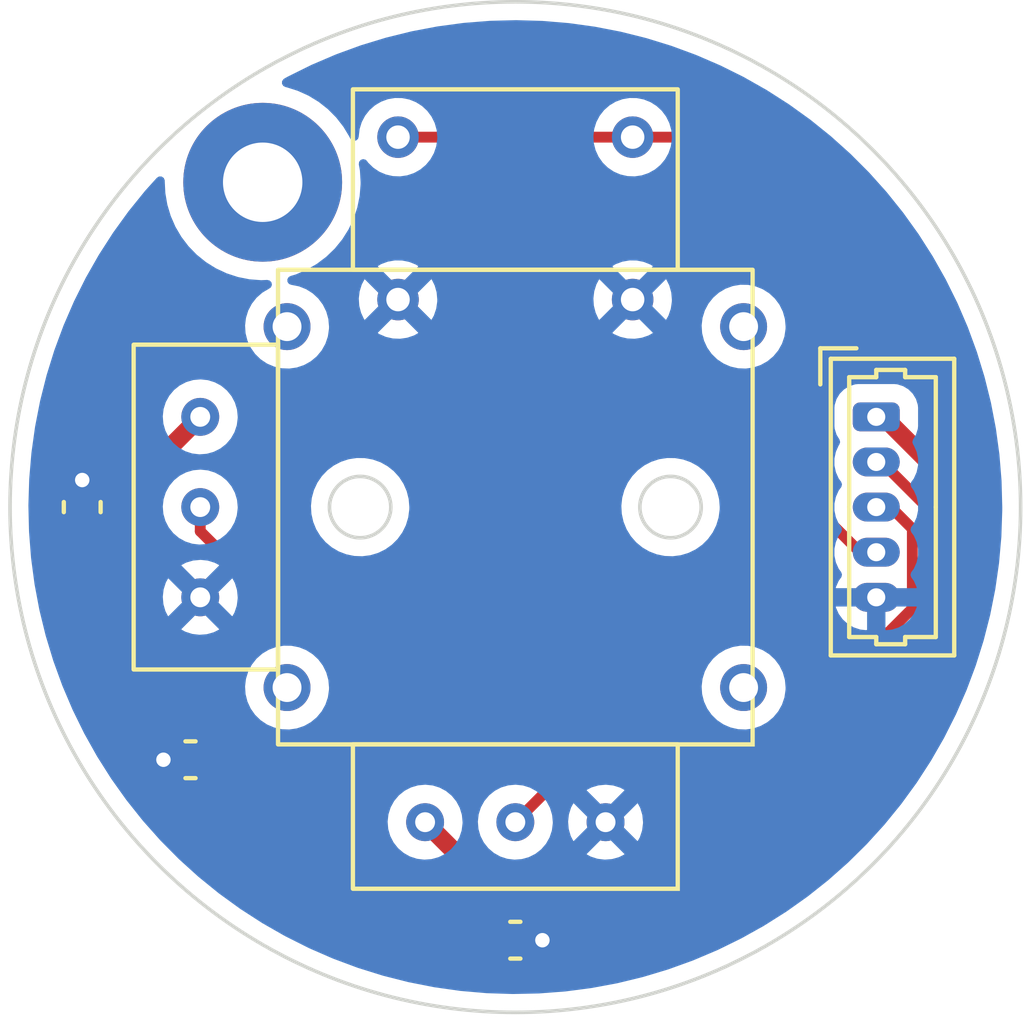
<source format=kicad_pcb>
(kicad_pcb (version 20211014) (generator pcbnew)
  (title_block (title "Keeb Stick") (date "2022-11-14") (rev "1") (company "Diego Covarrubias"))
  (layers (0 "F.Cu" signal) (31 "B.Cu" signal) (34 "B.Paste" user) (35 "F.Paste" user) (36 "B.SilkS" user "B.Silkscreen") (37 "F.SilkS" user "F.Silkscreen") (38 "B.Mask" user) (39 "F.Mask" user) (44 "Edge.Cuts" user))
  (net 0 "")
  (net 1 "VCC")
  (net 2 "GND")
  (net 3 "X_OUT")
  (net 4 "Y_OUT")
  (net 5 "P_OUT")
  (footprint "rkjxv1220001:RKJXV122400R" (layer "F.Cu") (at 100 65 180)
    (fp_text reference "POT1")
    (fp_text value "RKJXV122400R")
    (fp_rect (start -4.5 -10.575) (end 4.5 -6.575) (layer "F.SilkS") (width 0.12) (fill none))
    (fp_rect (start 6.575 4.5) (end 10.575 -4.5) (layer "F.SilkS") (width 0.12) (fill none))
    (fp_rect (start -6.575 -6.575) (end 6.575 6.575) (layer "F.SilkS") (width 0.12) (fill none))
    (fp_rect (start -4.5 6.575) (end 4.5 11.575) (layer "F.SilkS") (width 0.12) (fill none))
    (fp_circle (center 4.3 0) (end 5.15 0) (layer "Edge.Cuts") (width 0.1) (fill none))
    (fp_circle (center -4.3 0) (end -3.45 0) (layer "Edge.Cuts") (width 0.1) (fill none))
    (pad "1" thru_hole circle (at 2.5 -8.73 180) (size 1.05 1.05) (drill 0.55) (layers *.Cu *.Mask) (net 1 "VCC"))
    (pad "2" thru_hole circle (at 0 -8.73 180) (size 1.05 1.05) (drill 0.55) (layers *.Cu *.Mask) (net 3 "X_OUT"))
    (pad "3" thru_hole circle (at -2.5 -8.73 180) (size 1.05 1.05) (drill 0.55) (layers *.Cu *.Mask) (net 2 "GND"))
    (pad "4" thru_hole circle (at 8.73 2.5 180) (size 1.05 1.05) (drill 0.55) (layers *.Cu *.Mask) (net 1 "VCC"))
    (pad "5" thru_hole circle (at 8.73 0 180) (size 1.05 1.05) (drill 0.55) (layers *.Cu *.Mask) (net 4 "Y_OUT"))
    (pad "6" thru_hole circle (at 8.73 -2.5 180) (size 1.05 1.05) (drill 0.55) (layers *.Cu *.Mask) (net 2 "GND"))
    (pad "7" thru_hole circle (at 3.25 5.75 180) (size 1.15 1.15) (drill 0.65) (layers *.Cu *.Mask) (net 2 "GND"))
    (pad "7" thru_hole circle (at -3.25 5.75 180) (size 1.15 1.15) (drill 0.65) (layers *.Cu *.Mask) (net 2 "GND"))
    (pad "8" thru_hole circle (at -3.25 10.25 180) (size 1.15 1.15) (drill 0.65) (layers *.Cu *.Mask) (net 5 "P_OUT"))
    (pad "8" thru_hole circle (at 3.25 10.25 180) (size 1.15 1.15) (drill 0.65) (layers *.Cu *.Mask) (net 5 "P_OUT"))
    (pad "9" thru_hole circle (at -6.325 5 180) (size 1.3 1.3) (drill 0.8) (layers *.Cu *.Mask))
    (pad "9" thru_hole circle (at 6.325 -5 180) (size 1.3 1.3) (drill 0.8) (layers *.Cu *.Mask))
    (pad "9" thru_hole circle (at -6.325 -5 180) (size 1.3 1.3) (drill 0.8) (layers *.Cu *.Mask))
    (pad "9" thru_hole circle (at 6.325 5 180) (size 1.3 1.3) (drill 0.8) (layers *.Cu *.Mask))
  )
  (footprint "Capacitor_SMD:C_0603_1608Metric" (layer "F.Cu") (at 88 65 90)
    (fp_text reference "C2")
    (fp_text value "100nF")
    (fp_line (start -0.14058 0.51) (end 0.14058 0.51) (layer "F.SilkS") (width 0.12))
    (fp_line (start -0.14058 -0.51) (end 0.14058 -0.51) (layer "F.SilkS") (width 0.12))
    (pad "1" smd roundrect (at -0.775 0 90) (size 0.9 0.95) (layers "F.Cu" "F.Paste" "F.Mask") (net 1 "VCC"))
    (pad "2" smd roundrect (at 0.775 0 90) (size 0.9 0.95) (layers "F.Cu" "F.Paste" "F.Mask") (net 2 "GND"))
  )
  (footprint "MountingHole:MountingHole_2.2mm_M2_Pad" (layer "F.Cu") (at 93 56)
    (fp_text reference "MNT1")
    (fp_text value "MountingHole")
    (pad "1" thru_hole circle (at 0 0) (size 4.4 4.4) (drill 2.2) (layers *.Cu *.Mask))
  )
  (footprint "Capacitor_SMD:C_0603_1608Metric" (layer "F.Cu") (at 100 77)
    (fp_text reference "C3")
    (fp_text value "100nF")
    (fp_line (start -0.14058 0.51) (end 0.14058 0.51) (layer "F.SilkS") (width 0.12))
    (fp_line (start -0.14058 -0.51) (end 0.14058 -0.51) (layer "F.SilkS") (width 0.12))
    (pad "1" smd roundrect (at -0.775 0) (size 0.9 0.95) (layers "F.Cu" "F.Paste" "F.Mask") (net 1 "VCC"))
    (pad "2" smd roundrect (at 0.775 0) (size 0.9 0.95) (layers "F.Cu" "F.Paste" "F.Mask") (net 2 "GND"))
  )
  (footprint "Connector_Molex:Molex_PicoBlade_53047-0510_1x05_P1.25mm_Vertical" (layer "F.Cu") (at 110 62.5 -90)
    (fp_text reference "H1")
    (fp_text value "Conn_01x05")
    (fp_line (start -1.1 -0.8) (end -1.1 -1.65) (layer "F.SilkS") (width 0.12))
    (fp_line (start 2.5 0.75) (end 6.1 0.75) (layer "F.SilkS") (width 0.12))
    (fp_line (start 2.5 0.75) (end -1.1 0.75) (layer "F.SilkS") (width 0.12))
    (fp_line (start -1.61 1.26) (end 6.61 1.26) (layer "F.SilkS") (width 0.12))
    (fp_line (start -1.9 1.55) (end -0.9 1.55) (layer "F.SilkS") (width 0.12))
    (fp_line (start 6.61 -2.16) (end -1.61 -2.16) (layer "F.SilkS") (width 0.12))
    (fp_line (start 6.1 -0.8) (end 6.1 -1.65) (layer "F.SilkS") (width 0.12))
    (fp_line (start 6.3 -0.8) (end 6.1 -0.8) (layer "F.SilkS") (width 0.12))
    (fp_line (start -1.1 -1.65) (end 2.5 -1.65) (layer "F.SilkS") (width 0.12))
    (fp_line (start -1.9 1.55) (end -1.9 0.55) (layer "F.SilkS") (width 0.12))
    (fp_line (start -1.61 -2.16) (end -1.61 1.26) (layer "F.SilkS") (width 0.12))
    (fp_line (start 6.1 -1.65) (end 2.5 -1.65) (layer "F.SilkS") (width 0.12))
    (fp_line (start 6.1 0) (end 6.3 0) (layer "F.SilkS") (width 0.12))
    (fp_line (start -1.1 0.75) (end -1.1 0) (layer "F.SilkS") (width 0.12))
    (fp_line (start 6.1 0.75) (end 6.1 0) (layer "F.SilkS") (width 0.12))
    (fp_line (start 6.61 1.26) (end 6.61 -2.16) (layer "F.SilkS") (width 0.12))
    (fp_line (start -1.3 0) (end -1.3 -0.8) (layer "F.SilkS") (width 0.12))
    (fp_line (start -1.1 0) (end -1.3 0) (layer "F.SilkS") (width 0.12))
    (fp_line (start 6.3 0) (end 6.3 -0.8) (layer "F.SilkS") (width 0.12))
    (fp_line (start -1.3 -0.8) (end -1.1 -0.8) (layer "F.SilkS") (width 0.12))
    (pad "1" thru_hole roundrect (at 0 0 270) (size 0.8 1.3) (drill 0.5) (layers *.Cu *.Mask) (net 1 "VCC"))
    (pad "2" thru_hole oval (at 1.25 0 270) (size 0.8 1.3) (drill 0.5) (layers *.Cu *.Mask) (net 3 "X_OUT"))
    (pad "3" thru_hole oval (at 2.5 0 270) (size 0.8 1.3) (drill 0.5) (layers *.Cu *.Mask) (net 4 "Y_OUT"))
    (pad "4" thru_hole oval (at 3.75 0 270) (size 0.8 1.3) (drill 0.5) (layers *.Cu *.Mask) (net 5 "P_OUT"))
    (pad "5" thru_hole oval (at 5 0 270) (size 0.8 1.3) (drill 0.5) (layers *.Cu *.Mask) (net 2 "GND"))
  )
  (footprint "Capacitor_SMD:C_0603_1608Metric" (layer "F.Cu") (at 91 72 180)
    (fp_text reference "C1")
    (fp_text value "10uF")
    (fp_line (start -0.14058 -0.51) (end 0.14058 -0.51) (layer "F.SilkS") (width 0.12))
    (fp_line (start -0.14058 0.51) (end 0.14058 0.51) (layer "F.SilkS") (width 0.12))
    (pad "1" smd roundrect (at -0.775 0 180) (size 0.9 0.95) (layers "F.Cu" "F.Paste" "F.Mask") (net 1 "VCC"))
    (pad "2" smd roundrect (at 0.775 0 180) (size 0.9 0.95) (layers "F.Cu" "F.Paste" "F.Mask") (net 2 "GND"))
  )
  (gr_circle (center 100 65) (end 114 65) (layer "Edge.Cuts") (width 0.1) (fill none))
  (segment (start 110.201402 62.5) (end 112.2 64.498598) (width 0.5) (layer "F.Cu") (net 1))
  (segment (start 112.2 68.84785) (end 104.97237 76.07548) (width 0.5) (layer "F.Cu") (net 1))
  (segment (start 95.85048 76.07548) (end 103.67452 76.07548) (width 0.5) (layer "F.Cu") (net 1))
  (segment (start 91.27 62.505) (end 88 65.775) (width 0.5) (layer "F.Cu") (net 1))
  (segment (start 103.67452 76.07548) (end 102.82548 76.07548) (width 0.5) (layer "F.Cu") (net 1))
  (segment (start 101.32452 76.07548) (end 100.14952 76.07548) (width 0.5) (layer "F.Cu") (net 1))
  (segment (start 104.97237 76.07548) (end 101.32452 76.07548) (width 0.5) (layer "F.Cu") (net 1))
  (segment (start 93.0125 73.2375) (end 95.85048 76.07548) (width 0.5) (layer "F.Cu") (net 1))
  (segment (start 104.14952 76.07548) (end 103.67452 76.07548) (width 0.5) (layer "F.Cu") (net 1))
  (segment (start 88 68.225) (end 93.0125 73.2375) (width 0.5) (layer "F.Cu") (net 1))
  (segment (start 100.14952 76.07548) (end 99.225 77) (width 0.5) (layer "F.Cu") (net 1))
  (segment (start 112.2 64.498598) (end 112.2 68.84785) (width 0.5) (layer "F.Cu") (net 1))
  (segment (start 110 62.5) (end 110.201402 62.5) (width 0.5) (layer "F.Cu") (net 1))
  (segment (start 91.775 72) (end 93.0125 73.2375) (width 0.5) (layer "F.Cu") (net 1))
  (segment (start 88 65.775) (end 88 68.225) (width 0.5) (layer "F.Cu") (net 1))
  (segment (start 102.82548 76.07548) (end 101.32452 76.07548) (width 0.5) (layer "F.Cu") (net 1))
  (segment (start 97.5 73.73) (end 99.84548 76.07548) (width 0.5) (layer "F.Cu") (net 1))
  (segment (start 99.84548 76.07548) (end 102.82548 76.07548) (width 0.5) (layer "F.Cu") (net 1))
  (segment (start 91.27 62.5) (end 91.27 62.505) (width 0.5) (layer "F.Cu") (net 1))
  (via (at 90.25 72) (size 0.8) (drill 0.4) (layers "F.Cu" "B.Cu") (net 2))
  (via (at 100.75 77) (size 0.8) (drill 0.4) (layers "F.Cu" "B.Cu") (net 2))
  (via (at 88 64.25) (size 0.8) (drill 0.4) (layers "F.Cu" "B.Cu") (net 2))
  (segment (start 101.23048 72.49952) (end 107.016888 72.49952) (width 0.3) (layer "F.Cu") (net 3))
  (segment (start 107.016888 72.49952) (end 111.49904 68.017368) (width 0.3) (layer "F.Cu") (net 3))
  (segment (start 111.49904 68.017368) (end 111.49904 65.09904) (width 0.3) (layer "F.Cu") (net 3))
  (segment (start 100 73.73) (end 101.23048 72.49952) (width 0.3) (layer "F.Cu") (net 3))
  (segment (start 111.49904 65.09904) (end 110.15 63.75) (width 0.3) (layer "F.Cu") (net 3))
  (segment (start 110.15 63.75) (end 110 63.75) (width 0.3) (layer "F.Cu") (net 3))
  (segment (start 91.27 65.67) (end 91.675 66.075) (width 0.3) (layer "F.Cu") (net 4))
  (segment (start 97.6 72) (end 106.809981 72) (width 0.3) (layer "F.Cu") (net 4))
  (segment (start 93.07 67.47) (end 97.6 72) (width 0.3) (layer "F.Cu") (net 4))
  (segment (start 110.4 65) (end 110 65) (width 0.3) (layer "F.Cu") (net 4))
  (segment (start 106.809981 72) (end 110.99952 67.810461) (width 0.3) (layer "F.Cu") (net 4))
  (segment (start 110.99952 65.59952) (end 110.4 65) (width 0.3) (layer "F.Cu") (net 4))
  (segment (start 110.99952 67.810461) (end 110.99952 65.59952) (width 0.3) (layer "F.Cu") (net 4))
  (segment (start 91.27 65) (end 91.27 65.67) (width 0.3) (layer "F.Cu") (net 4))
  (segment (start 93.07 67.47) (end 91.675 66.075) (width 0.3) (layer "F.Cu") (net 4))
  (segment (start 103.25 54.75) (end 104.75 54.75) (width 0.3) (layer "F.Cu") (net 5))
  (segment (start 108 58) (end 108 64.7) (width 0.3) (layer "F.Cu") (net 5))
  (segment (start 109.55 66.25) (end 110 66.25) (width 0.3) (layer "F.Cu") (net 5))
  (segment (start 104.75 54.75) (end 108 58) (width 0.3) (layer "F.Cu") (net 5))
  (segment (start 108 64.7) (end 109.55 66.25) (width 0.3) (layer "F.Cu") (net 5))
  (segment (start 96.75 54.75) (end 103.25 54.75) (width 0.3) (layer "F.Cu") (net 5))
  (zone (net 2) (net_name "GND") (layer "B.Cu") (connect_pads (clearance 0.508)) (min_thickness 0.254) (fill yes (thermal_gap 0.508) (thermal_bridge_width 0.508))
    (polygon (pts (xy 114 79) (xy 86 79) (xy 86 51) (xy 114 51)))
  )
)
</source>
